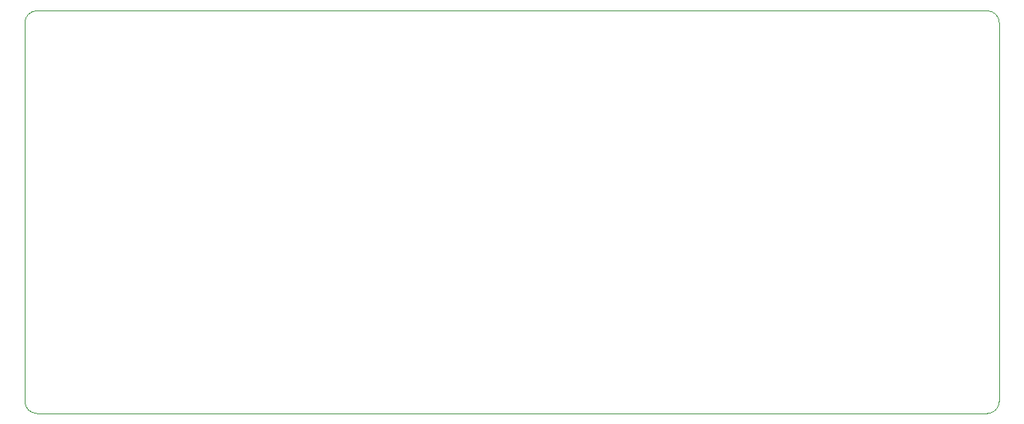
<source format=gbr>
%TF.GenerationSoftware,KiCad,Pcbnew,9.0.2*%
%TF.CreationDate,2025-06-22T07:24:44+02:00*%
%TF.ProjectId,p2000t-ram-expansion-board-128-512-smd-cpld,70323030-3074-42d7-9261-6d2d65787061,4*%
%TF.SameCoordinates,Original*%
%TF.FileFunction,Profile,NP*%
%FSLAX46Y46*%
G04 Gerber Fmt 4.6, Leading zero omitted, Abs format (unit mm)*
G04 Created by KiCad (PCBNEW 9.0.2) date 2025-06-22 07:24:44*
%MOMM*%
%LPD*%
G01*
G04 APERTURE LIST*
%TA.AperFunction,Profile*%
%ADD10C,0.100000*%
%TD*%
G04 APERTURE END LIST*
D10*
X129991000Y-88628400D02*
G75*
G02*
X128619400Y-90000000I-1371600J0D01*
G01*
X21380600Y-90000000D02*
G75*
G02*
X20009000Y-88628400I0J1371600D01*
G01*
X128619400Y-44483200D02*
G75*
G02*
X129991000Y-45854800I0J-1371600D01*
G01*
X21380600Y-90000000D02*
X128619400Y-90000000D01*
X129991000Y-88628400D02*
X129991000Y-45854800D01*
X128619400Y-44483200D02*
X21380600Y-44483200D01*
X20009000Y-45854800D02*
X20009000Y-88628400D01*
X20009000Y-45854800D02*
G75*
G02*
X21380600Y-44483200I1371600J0D01*
G01*
M02*

</source>
